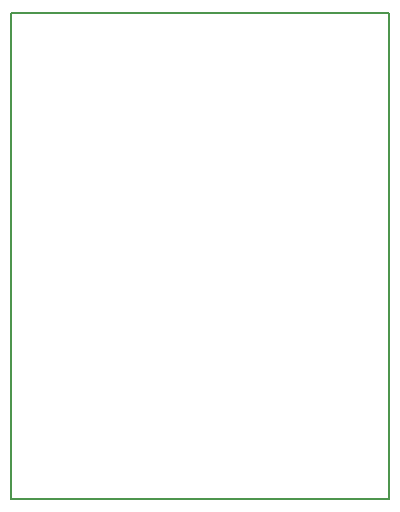
<source format=gm1>
G04 MADE WITH FRITZING*
G04 WWW.FRITZING.ORG*
G04 DOUBLE SIDED*
G04 HOLES PLATED*
G04 CONTOUR ON CENTER OF CONTOUR VECTOR*
%ASAXBY*%
%FSLAX23Y23*%
%MOIN*%
%OFA0B0*%
%SFA1.0B1.0*%
%ADD10R,1.270120X1.625670*%
%ADD11C,0.008000*%
%ADD10C,0.008*%
%LNCONTOUR*%
G90*
G70*
G54D10*
G54D11*
X4Y1622D02*
X1266Y1622D01*
X1266Y4D01*
X4Y4D01*
X4Y1622D01*
D02*
G04 End of contour*
M02*
</source>
